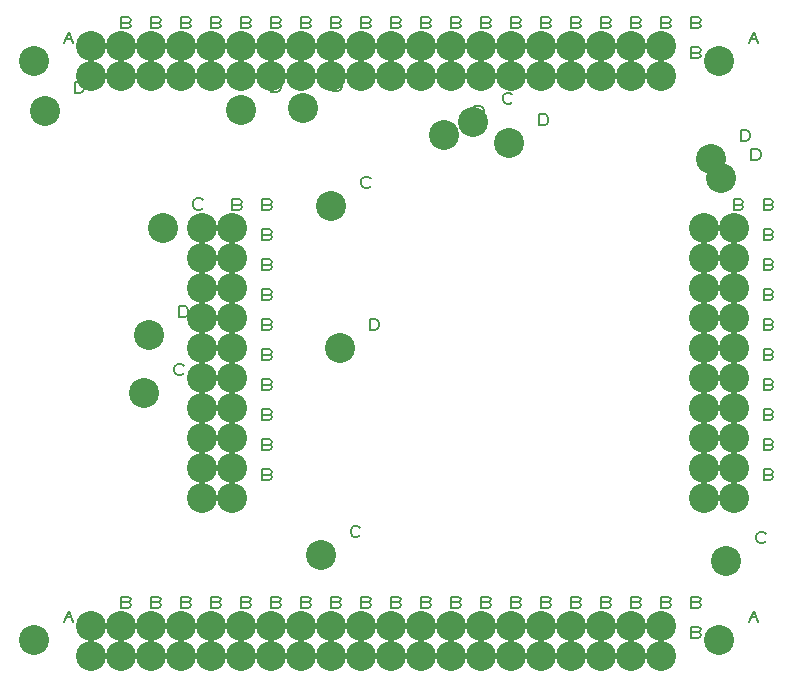
<source format=gbr>
%FSLAX25Y25*%
%MOIN*%
G04 EasyPC Gerber Version 18.0.6 Build 3620 *
%ADD70C,0.00500*%
%ADD76C,0.10000*%
X0Y0D02*
D02*
D70*
X31241Y22137D02*
X32803Y25887D01*
X34366Y22137*
X31866Y23699D02*
X33741D01*
X31241Y215050D02*
X32803Y218800D01*
X34366Y215050*
X31866Y216613D02*
X33741D01*
X34814Y198500D02*
Y202250D01*
X36689*
X37314Y201938*
X37626Y201626*
X37939Y201000*
Y199750*
X37626Y199126*
X37314Y198813*
X36689Y198500*
X34814*
X52601Y18776D02*
X53226Y18463D01*
X53539Y17838*
X53226Y17213*
X52601Y16900*
X50414*
Y20650*
X52601*
X53226Y20338*
X53539Y19713*
X53226Y19088*
X52601Y18776*
X50414*
X52601Y28776D02*
X53226Y28463D01*
X53539Y27838*
X53226Y27213*
X52601Y26900*
X50414*
Y30650*
X52601*
X53226Y30338*
X53539Y29713*
X53226Y29088*
X52601Y28776*
X50414*
X52601Y211925D02*
X53226Y211613D01*
X53539Y210988*
X53226Y210363*
X52601Y210050*
X50414*
Y213800*
X52601*
X53226Y213488*
X53539Y212863*
X53226Y212238*
X52601Y211925*
X50414*
X52601Y221925D02*
X53226Y221613D01*
X53539Y220988*
X53226Y220363*
X52601Y220050*
X50414*
Y223800*
X52601*
X53226Y223488*
X53539Y222863*
X53226Y222238*
X52601Y221925*
X50414*
X62601Y18776D02*
X63226Y18463D01*
X63539Y17838*
X63226Y17213*
X62601Y16900*
X60414*
Y20650*
X62601*
X63226Y20338*
X63539Y19713*
X63226Y19088*
X62601Y18776*
X60414*
X62601Y28776D02*
X63226Y28463D01*
X63539Y27838*
X63226Y27213*
X62601Y26900*
X60414*
Y30650*
X62601*
X63226Y30338*
X63539Y29713*
X63226Y29088*
X62601Y28776*
X60414*
X62601Y211925D02*
X63226Y211613D01*
X63539Y210988*
X63226Y210363*
X62601Y210050*
X60414*
Y213800*
X62601*
X63226Y213488*
X63539Y212863*
X63226Y212238*
X62601Y211925*
X60414*
X62601Y221925D02*
X63226Y221613D01*
X63539Y220988*
X63226Y220363*
X62601Y220050*
X60414*
Y223800*
X62601*
X63226Y223488*
X63539Y222863*
X63226Y222238*
X62601Y221925*
X60414*
X71139Y105126D02*
X70826Y104813D01*
X70201Y104500*
X69264*
X68639Y104813*
X68326Y105126*
X68014Y105750*
Y107000*
X68326Y107626*
X68639Y107938*
X69264Y108250*
X70201*
X70826Y107938*
X71139Y107626*
X69614Y123700D02*
Y127450D01*
X71489*
X72114Y127138*
X72426Y126826*
X72739Y126200*
Y124950*
X72426Y124326*
X72114Y124013*
X71489Y123700*
X69614*
X72601Y18776D02*
X73226Y18463D01*
X73539Y17838*
X73226Y17213*
X72601Y16900*
X70414*
Y20650*
X72601*
X73226Y20338*
X73539Y19713*
X73226Y19088*
X72601Y18776*
X70414*
X72601Y28776D02*
X73226Y28463D01*
X73539Y27838*
X73226Y27213*
X72601Y26900*
X70414*
Y30650*
X72601*
X73226Y30338*
X73539Y29713*
X73226Y29088*
X72601Y28776*
X70414*
X72601Y211925D02*
X73226Y211613D01*
X73539Y210988*
X73226Y210363*
X72601Y210050*
X70414*
Y213800*
X72601*
X73226Y213488*
X73539Y212863*
X73226Y212238*
X72601Y211925*
X70414*
X72601Y221925D02*
X73226Y221613D01*
X73539Y220988*
X73226Y220363*
X72601Y220050*
X70414*
Y223800*
X72601*
X73226Y223488*
X73539Y222863*
X73226Y222238*
X72601Y221925*
X70414*
X77539Y160226D02*
X77226Y159913D01*
X76601Y159600*
X75664*
X75039Y159913*
X74726Y160226*
X74414Y160850*
Y162100*
X74726Y162726*
X75039Y163038*
X75664Y163350*
X76601*
X77226Y163038*
X77539Y162726*
X82601Y18776D02*
X83226Y18463D01*
X83539Y17838*
X83226Y17213*
X82601Y16900*
X80414*
Y20650*
X82601*
X83226Y20338*
X83539Y19713*
X83226Y19088*
X82601Y18776*
X80414*
X82601Y28776D02*
X83226Y28463D01*
X83539Y27838*
X83226Y27213*
X82601Y26900*
X80414*
Y30650*
X82601*
X83226Y30338*
X83539Y29713*
X83226Y29088*
X82601Y28776*
X80414*
X82601Y211925D02*
X83226Y211613D01*
X83539Y210988*
X83226Y210363*
X82601Y210050*
X80414*
Y213800*
X82601*
X83226Y213488*
X83539Y212863*
X83226Y212238*
X82601Y211925*
X80414*
X82601Y221925D02*
X83226Y221613D01*
X83539Y220988*
X83226Y220363*
X82601Y220050*
X80414*
Y223800*
X82601*
X83226Y223488*
X83539Y222863*
X83226Y222238*
X82601Y221925*
X80414*
X89609Y71335D02*
X90234Y71022D01*
X90547Y70397*
X90234Y69772*
X89609Y69459*
X87422*
Y73209*
X89609*
X90234Y72897*
X90547Y72272*
X90234Y71647*
X89609Y71335*
X87422*
X89609Y81335D02*
X90234Y81022D01*
X90547Y80397*
X90234Y79772*
X89609Y79459*
X87422*
Y83209*
X89609*
X90234Y82897*
X90547Y82272*
X90234Y81647*
X89609Y81335*
X87422*
X89609Y91335D02*
X90234Y91022D01*
X90547Y90397*
X90234Y89772*
X89609Y89459*
X87422*
Y93209*
X89609*
X90234Y92897*
X90547Y92272*
X90234Y91647*
X89609Y91335*
X87422*
X89609Y101335D02*
X90234Y101022D01*
X90547Y100397*
X90234Y99772*
X89609Y99459*
X87422*
Y103209*
X89609*
X90234Y102897*
X90547Y102272*
X90234Y101647*
X89609Y101335*
X87422*
X89609Y111335D02*
X90234Y111022D01*
X90547Y110397*
X90234Y109772*
X89609Y109459*
X87422*
Y113209*
X89609*
X90234Y112897*
X90547Y112272*
X90234Y111647*
X89609Y111335*
X87422*
X89609Y121335D02*
X90234Y121022D01*
X90547Y120397*
X90234Y119772*
X89609Y119459*
X87422*
Y123209*
X89609*
X90234Y122897*
X90547Y122272*
X90234Y121647*
X89609Y121335*
X87422*
X89609Y131335D02*
X90234Y131022D01*
X90547Y130397*
X90234Y129772*
X89609Y129459*
X87422*
Y133209*
X89609*
X90234Y132897*
X90547Y132272*
X90234Y131647*
X89609Y131335*
X87422*
X89609Y141335D02*
X90234Y141022D01*
X90547Y140397*
X90234Y139772*
X89609Y139459*
X87422*
Y143209*
X89609*
X90234Y142897*
X90547Y142272*
X90234Y141647*
X89609Y141335*
X87422*
X89609Y151335D02*
X90234Y151022D01*
X90547Y150397*
X90234Y149772*
X89609Y149459*
X87422*
Y153209*
X89609*
X90234Y152897*
X90547Y152272*
X90234Y151647*
X89609Y151335*
X87422*
X89609Y161335D02*
X90234Y161022D01*
X90547Y160397*
X90234Y159772*
X89609Y159459*
X87422*
Y163209*
X89609*
X90234Y162897*
X90547Y162272*
X90234Y161647*
X89609Y161335*
X87422*
X92601Y18776D02*
X93226Y18463D01*
X93539Y17838*
X93226Y17213*
X92601Y16900*
X90414*
Y20650*
X92601*
X93226Y20338*
X93539Y19713*
X93226Y19088*
X92601Y18776*
X90414*
X92601Y28776D02*
X93226Y28463D01*
X93539Y27838*
X93226Y27213*
X92601Y26900*
X90414*
Y30650*
X92601*
X93226Y30338*
X93539Y29713*
X93226Y29088*
X92601Y28776*
X90414*
X92601Y211925D02*
X93226Y211613D01*
X93539Y210988*
X93226Y210363*
X92601Y210050*
X90414*
Y213800*
X92601*
X93226Y213488*
X93539Y212863*
X93226Y212238*
X92601Y211925*
X90414*
X92601Y221925D02*
X93226Y221613D01*
X93539Y220988*
X93226Y220363*
X92601Y220050*
X90414*
Y223800*
X92601*
X93226Y223488*
X93539Y222863*
X93226Y222238*
X92601Y221925*
X90414*
X99609Y71335D02*
X100234Y71022D01*
X100547Y70397*
X100234Y69772*
X99609Y69459*
X97422*
Y73209*
X99609*
X100234Y72897*
X100547Y72272*
X100234Y71647*
X99609Y71335*
X97422*
X99609Y81335D02*
X100234Y81022D01*
X100547Y80397*
X100234Y79772*
X99609Y79459*
X97422*
Y83209*
X99609*
X100234Y82897*
X100547Y82272*
X100234Y81647*
X99609Y81335*
X97422*
X99609Y91335D02*
X100234Y91022D01*
X100547Y90397*
X100234Y89772*
X99609Y89459*
X97422*
Y93209*
X99609*
X100234Y92897*
X100547Y92272*
X100234Y91647*
X99609Y91335*
X97422*
X99609Y101335D02*
X100234Y101022D01*
X100547Y100397*
X100234Y99772*
X99609Y99459*
X97422*
Y103209*
X99609*
X100234Y102897*
X100547Y102272*
X100234Y101647*
X99609Y101335*
X97422*
X99609Y111335D02*
X100234Y111022D01*
X100547Y110397*
X100234Y109772*
X99609Y109459*
X97422*
Y113209*
X99609*
X100234Y112897*
X100547Y112272*
X100234Y111647*
X99609Y111335*
X97422*
X99609Y121335D02*
X100234Y121022D01*
X100547Y120397*
X100234Y119772*
X99609Y119459*
X97422*
Y123209*
X99609*
X100234Y122897*
X100547Y122272*
X100234Y121647*
X99609Y121335*
X97422*
X99609Y131335D02*
X100234Y131022D01*
X100547Y130397*
X100234Y129772*
X99609Y129459*
X97422*
Y133209*
X99609*
X100234Y132897*
X100547Y132272*
X100234Y131647*
X99609Y131335*
X97422*
X99609Y141335D02*
X100234Y141022D01*
X100547Y140397*
X100234Y139772*
X99609Y139459*
X97422*
Y143209*
X99609*
X100234Y142897*
X100547Y142272*
X100234Y141647*
X99609Y141335*
X97422*
X99609Y151335D02*
X100234Y151022D01*
X100547Y150397*
X100234Y149772*
X99609Y149459*
X97422*
Y153209*
X99609*
X100234Y152897*
X100547Y152272*
X100234Y151647*
X99609Y151335*
X97422*
X99609Y161335D02*
X100234Y161022D01*
X100547Y160397*
X100234Y159772*
X99609Y159459*
X97422*
Y163209*
X99609*
X100234Y162897*
X100547Y162272*
X100234Y161647*
X99609Y161335*
X97422*
X102601Y18776D02*
X103226Y18463D01*
X103539Y17838*
X103226Y17213*
X102601Y16900*
X100414*
Y20650*
X102601*
X103226Y20338*
X103539Y19713*
X103226Y19088*
X102601Y18776*
X100414*
X102601Y28776D02*
X103226Y28463D01*
X103539Y27838*
X103226Y27213*
X102601Y26900*
X100414*
Y30650*
X102601*
X103226Y30338*
X103539Y29713*
X103226Y29088*
X102601Y28776*
X100414*
Y198900D02*
Y202650D01*
X102289*
X102914Y202338*
X103226Y202026*
X103539Y201400*
Y200150*
X103226Y199526*
X102914Y199213*
X102289Y198900*
X100414*
X102601Y211925D02*
X103226Y211613D01*
X103539Y210988*
X103226Y210363*
X102601Y210050*
X100414*
Y213800*
X102601*
X103226Y213488*
X103539Y212863*
X103226Y212238*
X102601Y211925*
X100414*
X102601Y221925D02*
X103226Y221613D01*
X103539Y220988*
X103226Y220363*
X102601Y220050*
X100414*
Y223800*
X102601*
X103226Y223488*
X103539Y222863*
X103226Y222238*
X102601Y221925*
X100414*
X112601Y18776D02*
X113226Y18463D01*
X113539Y17838*
X113226Y17213*
X112601Y16900*
X110414*
Y20650*
X112601*
X113226Y20338*
X113539Y19713*
X113226Y19088*
X112601Y18776*
X110414*
X112601Y28776D02*
X113226Y28463D01*
X113539Y27838*
X113226Y27213*
X112601Y26900*
X110414*
Y30650*
X112601*
X113226Y30338*
X113539Y29713*
X113226Y29088*
X112601Y28776*
X110414*
X112601Y211925D02*
X113226Y211613D01*
X113539Y210988*
X113226Y210363*
X112601Y210050*
X110414*
Y213800*
X112601*
X113226Y213488*
X113539Y212863*
X113226Y212238*
X112601Y211925*
X110414*
X112601Y221925D02*
X113226Y221613D01*
X113539Y220988*
X113226Y220363*
X112601Y220050*
X110414*
Y223800*
X112601*
X113226Y223488*
X113539Y222863*
X113226Y222238*
X112601Y221925*
X110414*
X122601Y18776D02*
X123226Y18463D01*
X123539Y17838*
X123226Y17213*
X122601Y16900*
X120414*
Y20650*
X122601*
X123226Y20338*
X123539Y19713*
X123226Y19088*
X122601Y18776*
X120414*
X122601Y28776D02*
X123226Y28463D01*
X123539Y27838*
X123226Y27213*
X122601Y26900*
X120414*
Y30650*
X122601*
X123226Y30338*
X123539Y29713*
X123226Y29088*
X122601Y28776*
X120414*
X122601Y211925D02*
X123226Y211613D01*
X123539Y210988*
X123226Y210363*
X122601Y210050*
X120414*
Y213800*
X122601*
X123226Y213488*
X123539Y212863*
X123226Y212238*
X122601Y211925*
X120414*
X122601Y221925D02*
X123226Y221613D01*
X123539Y220988*
X123226Y220363*
X122601Y220050*
X120414*
Y223800*
X122601*
X123226Y223488*
X123539Y222863*
X123226Y222238*
X122601Y221925*
X120414*
X120814Y199300D02*
Y203050D01*
X122689*
X123314Y202738*
X123626Y202426*
X123939Y201800*
Y200550*
X123626Y199926*
X123314Y199613*
X122689Y199300*
X120814*
X129939Y51126D02*
X129626Y50813D01*
X129001Y50500*
X128064*
X127439Y50813*
X127126Y51126*
X126814Y51750*
Y53000*
X127126Y53626*
X127439Y53938*
X128064Y54250*
X129001*
X129626Y53938*
X129939Y53626*
X132601Y18776D02*
X133226Y18463D01*
X133539Y17838*
X133226Y17213*
X132601Y16900*
X130414*
Y20650*
X132601*
X133226Y20338*
X133539Y19713*
X133226Y19088*
X132601Y18776*
X130414*
X132601Y28776D02*
X133226Y28463D01*
X133539Y27838*
X133226Y27213*
X132601Y26900*
X130414*
Y30650*
X132601*
X133226Y30338*
X133539Y29713*
X133226Y29088*
X132601Y28776*
X130414*
X133539Y167526D02*
X133226Y167213D01*
X132601Y166900*
X131664*
X131039Y167213*
X130726Y167526*
X130414Y168150*
Y169400*
X130726Y170026*
X131039Y170338*
X131664Y170650*
X132601*
X133226Y170338*
X133539Y170026*
X132601Y211925D02*
X133226Y211613D01*
X133539Y210988*
X133226Y210363*
X132601Y210050*
X130414*
Y213800*
X132601*
X133226Y213488*
X133539Y212863*
X133226Y212238*
X132601Y211925*
X130414*
X132601Y221925D02*
X133226Y221613D01*
X133539Y220988*
X133226Y220363*
X132601Y220050*
X130414*
Y223800*
X132601*
X133226Y223488*
X133539Y222863*
X133226Y222238*
X132601Y221925*
X130414*
X133214Y119459D02*
Y123209D01*
X135089*
X135714Y122897*
X136026Y122585*
X136339Y121959*
Y120709*
X136026Y120085*
X135714Y119772*
X135089Y119459*
X133214*
X142601Y18776D02*
X143226Y18463D01*
X143539Y17838*
X143226Y17213*
X142601Y16900*
X140414*
Y20650*
X142601*
X143226Y20338*
X143539Y19713*
X143226Y19088*
X142601Y18776*
X140414*
X142601Y28776D02*
X143226Y28463D01*
X143539Y27838*
X143226Y27213*
X142601Y26900*
X140414*
Y30650*
X142601*
X143226Y30338*
X143539Y29713*
X143226Y29088*
X142601Y28776*
X140414*
X142601Y211925D02*
X143226Y211613D01*
X143539Y210988*
X143226Y210363*
X142601Y210050*
X140414*
Y213800*
X142601*
X143226Y213488*
X143539Y212863*
X143226Y212238*
X142601Y211925*
X140414*
X142601Y221925D02*
X143226Y221613D01*
X143539Y220988*
X143226Y220363*
X142601Y220050*
X140414*
Y223800*
X142601*
X143226Y223488*
X143539Y222863*
X143226Y222238*
X142601Y221925*
X140414*
X152601Y18776D02*
X153226Y18463D01*
X153539Y17838*
X153226Y17213*
X152601Y16900*
X150414*
Y20650*
X152601*
X153226Y20338*
X153539Y19713*
X153226Y19088*
X152601Y18776*
X150414*
X152601Y28776D02*
X153226Y28463D01*
X153539Y27838*
X153226Y27213*
X152601Y26900*
X150414*
Y30650*
X152601*
X153226Y30338*
X153539Y29713*
X153226Y29088*
X152601Y28776*
X150414*
X152601Y211925D02*
X153226Y211613D01*
X153539Y210988*
X153226Y210363*
X152601Y210050*
X150414*
Y213800*
X152601*
X153226Y213488*
X153539Y212863*
X153226Y212238*
X152601Y211925*
X150414*
X152601Y221925D02*
X153226Y221613D01*
X153539Y220988*
X153226Y220363*
X152601Y220050*
X150414*
Y223800*
X152601*
X153226Y223488*
X153539Y222863*
X153226Y222238*
X152601Y221925*
X150414*
X162601Y18776D02*
X163226Y18463D01*
X163539Y17838*
X163226Y17213*
X162601Y16900*
X160414*
Y20650*
X162601*
X163226Y20338*
X163539Y19713*
X163226Y19088*
X162601Y18776*
X160414*
X162601Y28776D02*
X163226Y28463D01*
X163539Y27838*
X163226Y27213*
X162601Y26900*
X160414*
Y30650*
X162601*
X163226Y30338*
X163539Y29713*
X163226Y29088*
X162601Y28776*
X160414*
X162601Y211925D02*
X163226Y211613D01*
X163539Y210988*
X163226Y210363*
X162601Y210050*
X160414*
Y213800*
X162601*
X163226Y213488*
X163539Y212863*
X163226Y212238*
X162601Y211925*
X160414*
X162601Y221925D02*
X163226Y221613D01*
X163539Y220988*
X163226Y220363*
X162601Y220050*
X160414*
Y223800*
X162601*
X163226Y223488*
X163539Y222863*
X163226Y222238*
X162601Y221925*
X160414*
X168014Y190500D02*
Y194250D01*
X169889*
X170514Y193938*
X170826Y193626*
X171139Y193000*
Y191750*
X170826Y191126*
X170514Y190813*
X169889Y190500*
X168014*
X172601Y18776D02*
X173226Y18463D01*
X173539Y17838*
X173226Y17213*
X172601Y16900*
X170414*
Y20650*
X172601*
X173226Y20338*
X173539Y19713*
X173226Y19088*
X172601Y18776*
X170414*
X172601Y28776D02*
X173226Y28463D01*
X173539Y27838*
X173226Y27213*
X172601Y26900*
X170414*
Y30650*
X172601*
X173226Y30338*
X173539Y29713*
X173226Y29088*
X172601Y28776*
X170414*
X172601Y211925D02*
X173226Y211613D01*
X173539Y210988*
X173226Y210363*
X172601Y210050*
X170414*
Y213800*
X172601*
X173226Y213488*
X173539Y212863*
X173226Y212238*
X172601Y211925*
X170414*
X172601Y221925D02*
X173226Y221613D01*
X173539Y220988*
X173226Y220363*
X172601Y220050*
X170414*
Y223800*
X172601*
X173226Y223488*
X173539Y222863*
X173226Y222238*
X172601Y221925*
X170414*
X180739Y195526D02*
X180426Y195213D01*
X179801Y194900*
X178864*
X178239Y195213*
X177926Y195526*
X177614Y196150*
Y197400*
X177926Y198026*
X178239Y198338*
X178864Y198650*
X179801*
X180426Y198338*
X180739Y198026*
X182601Y18776D02*
X183226Y18463D01*
X183539Y17838*
X183226Y17213*
X182601Y16900*
X180414*
Y20650*
X182601*
X183226Y20338*
X183539Y19713*
X183226Y19088*
X182601Y18776*
X180414*
X182601Y28776D02*
X183226Y28463D01*
X183539Y27838*
X183226Y27213*
X182601Y26900*
X180414*
Y30650*
X182601*
X183226Y30338*
X183539Y29713*
X183226Y29088*
X182601Y28776*
X180414*
X182601Y211925D02*
X183226Y211613D01*
X183539Y210988*
X183226Y210363*
X182601Y210050*
X180414*
Y213800*
X182601*
X183226Y213488*
X183539Y212863*
X183226Y212238*
X182601Y211925*
X180414*
X182601Y221925D02*
X183226Y221613D01*
X183539Y220988*
X183226Y220363*
X182601Y220050*
X180414*
Y223800*
X182601*
X183226Y223488*
X183539Y222863*
X183226Y222238*
X182601Y221925*
X180414*
X189614Y187700D02*
Y191450D01*
X191489*
X192114Y191138*
X192426Y190826*
X192739Y190200*
Y188950*
X192426Y188326*
X192114Y188013*
X191489Y187700*
X189614*
X192601Y18776D02*
X193226Y18463D01*
X193539Y17838*
X193226Y17213*
X192601Y16900*
X190414*
Y20650*
X192601*
X193226Y20338*
X193539Y19713*
X193226Y19088*
X192601Y18776*
X190414*
X192601Y28776D02*
X193226Y28463D01*
X193539Y27838*
X193226Y27213*
X192601Y26900*
X190414*
Y30650*
X192601*
X193226Y30338*
X193539Y29713*
X193226Y29088*
X192601Y28776*
X190414*
X192601Y211925D02*
X193226Y211613D01*
X193539Y210988*
X193226Y210363*
X192601Y210050*
X190414*
Y213800*
X192601*
X193226Y213488*
X193539Y212863*
X193226Y212238*
X192601Y211925*
X190414*
X192601Y221925D02*
X193226Y221613D01*
X193539Y220988*
X193226Y220363*
X192601Y220050*
X190414*
Y223800*
X192601*
X193226Y223488*
X193539Y222863*
X193226Y222238*
X192601Y221925*
X190414*
X202601Y18776D02*
X203226Y18463D01*
X203539Y17838*
X203226Y17213*
X202601Y16900*
X200414*
Y20650*
X202601*
X203226Y20338*
X203539Y19713*
X203226Y19088*
X202601Y18776*
X200414*
X202601Y28776D02*
X203226Y28463D01*
X203539Y27838*
X203226Y27213*
X202601Y26900*
X200414*
Y30650*
X202601*
X203226Y30338*
X203539Y29713*
X203226Y29088*
X202601Y28776*
X200414*
X202601Y211925D02*
X203226Y211613D01*
X203539Y210988*
X203226Y210363*
X202601Y210050*
X200414*
Y213800*
X202601*
X203226Y213488*
X203539Y212863*
X203226Y212238*
X202601Y211925*
X200414*
X202601Y221925D02*
X203226Y221613D01*
X203539Y220988*
X203226Y220363*
X202601Y220050*
X200414*
Y223800*
X202601*
X203226Y223488*
X203539Y222863*
X203226Y222238*
X202601Y221925*
X200414*
X212601Y18776D02*
X213226Y18463D01*
X213539Y17838*
X213226Y17213*
X212601Y16900*
X210414*
Y20650*
X212601*
X213226Y20338*
X213539Y19713*
X213226Y19088*
X212601Y18776*
X210414*
X212601Y28776D02*
X213226Y28463D01*
X213539Y27838*
X213226Y27213*
X212601Y26900*
X210414*
Y30650*
X212601*
X213226Y30338*
X213539Y29713*
X213226Y29088*
X212601Y28776*
X210414*
X212601Y211925D02*
X213226Y211613D01*
X213539Y210988*
X213226Y210363*
X212601Y210050*
X210414*
Y213800*
X212601*
X213226Y213488*
X213539Y212863*
X213226Y212238*
X212601Y211925*
X210414*
X212601Y221925D02*
X213226Y221613D01*
X213539Y220988*
X213226Y220363*
X212601Y220050*
X210414*
Y223800*
X212601*
X213226Y223488*
X213539Y222863*
X213226Y222238*
X212601Y221925*
X210414*
X222601Y18776D02*
X223226Y18463D01*
X223539Y17838*
X223226Y17213*
X222601Y16900*
X220414*
Y20650*
X222601*
X223226Y20338*
X223539Y19713*
X223226Y19088*
X222601Y18776*
X220414*
X222601Y28776D02*
X223226Y28463D01*
X223539Y27838*
X223226Y27213*
X222601Y26900*
X220414*
Y30650*
X222601*
X223226Y30338*
X223539Y29713*
X223226Y29088*
X222601Y28776*
X220414*
X222601Y211925D02*
X223226Y211613D01*
X223539Y210988*
X223226Y210363*
X222601Y210050*
X220414*
Y213800*
X222601*
X223226Y213488*
X223539Y212863*
X223226Y212238*
X222601Y211925*
X220414*
X222601Y221925D02*
X223226Y221613D01*
X223539Y220988*
X223226Y220363*
X222601Y220050*
X220414*
Y223800*
X222601*
X223226Y223488*
X223539Y222863*
X223226Y222238*
X222601Y221925*
X220414*
X232601Y18776D02*
X233226Y18463D01*
X233539Y17838*
X233226Y17213*
X232601Y16900*
X230414*
Y20650*
X232601*
X233226Y20338*
X233539Y19713*
X233226Y19088*
X232601Y18776*
X230414*
X232601Y28776D02*
X233226Y28463D01*
X233539Y27838*
X233226Y27213*
X232601Y26900*
X230414*
Y30650*
X232601*
X233226Y30338*
X233539Y29713*
X233226Y29088*
X232601Y28776*
X230414*
X232601Y211925D02*
X233226Y211613D01*
X233539Y210988*
X233226Y210363*
X232601Y210050*
X230414*
Y213800*
X232601*
X233226Y213488*
X233539Y212863*
X233226Y212238*
X232601Y211925*
X230414*
X232601Y221925D02*
X233226Y221613D01*
X233539Y220988*
X233226Y220363*
X232601Y220050*
X230414*
Y223800*
X232601*
X233226Y223488*
X233539Y222863*
X233226Y222238*
X232601Y221925*
X230414*
X242601Y18776D02*
X243226Y18463D01*
X243539Y17838*
X243226Y17213*
X242601Y16900*
X240414*
Y20650*
X242601*
X243226Y20338*
X243539Y19713*
X243226Y19088*
X242601Y18776*
X240414*
X242601Y28776D02*
X243226Y28463D01*
X243539Y27838*
X243226Y27213*
X242601Y26900*
X240414*
Y30650*
X242601*
X243226Y30338*
X243539Y29713*
X243226Y29088*
X242601Y28776*
X240414*
X242601Y211925D02*
X243226Y211613D01*
X243539Y210988*
X243226Y210363*
X242601Y210050*
X240414*
Y213800*
X242601*
X243226Y213488*
X243539Y212863*
X243226Y212238*
X242601Y211925*
X240414*
X242601Y221925D02*
X243226Y221613D01*
X243539Y220988*
X243226Y220363*
X242601Y220050*
X240414*
Y223800*
X242601*
X243226Y223488*
X243539Y222863*
X243226Y222238*
X242601Y221925*
X240414*
X256774Y71335D02*
X257400Y71022D01*
X257712Y70397*
X257400Y69772*
X256774Y69459*
X254587*
Y73209*
X256774*
X257400Y72897*
X257712Y72272*
X257400Y71647*
X256774Y71335*
X254587*
X256774Y81335D02*
X257400Y81022D01*
X257712Y80397*
X257400Y79772*
X256774Y79459*
X254587*
Y83209*
X256774*
X257400Y82897*
X257712Y82272*
X257400Y81647*
X256774Y81335*
X254587*
X256774Y91335D02*
X257400Y91022D01*
X257712Y90397*
X257400Y89772*
X256774Y89459*
X254587*
Y93209*
X256774*
X257400Y92897*
X257712Y92272*
X257400Y91647*
X256774Y91335*
X254587*
X256774Y101335D02*
X257400Y101022D01*
X257712Y100397*
X257400Y99772*
X256774Y99459*
X254587*
Y103209*
X256774*
X257400Y102897*
X257712Y102272*
X257400Y101647*
X256774Y101335*
X254587*
X256774Y111335D02*
X257400Y111022D01*
X257712Y110397*
X257400Y109772*
X256774Y109459*
X254587*
Y113209*
X256774*
X257400Y112897*
X257712Y112272*
X257400Y111647*
X256774Y111335*
X254587*
X256774Y121335D02*
X257400Y121022D01*
X257712Y120397*
X257400Y119772*
X256774Y119459*
X254587*
Y123209*
X256774*
X257400Y122897*
X257712Y122272*
X257400Y121647*
X256774Y121335*
X254587*
X256774Y131335D02*
X257400Y131022D01*
X257712Y130397*
X257400Y129772*
X256774Y129459*
X254587*
Y133209*
X256774*
X257400Y132897*
X257712Y132272*
X257400Y131647*
X256774Y131335*
X254587*
X256774Y141335D02*
X257400Y141022D01*
X257712Y140397*
X257400Y139772*
X256774Y139459*
X254587*
Y143209*
X256774*
X257400Y142897*
X257712Y142272*
X257400Y141647*
X256774Y141335*
X254587*
X256774Y151335D02*
X257400Y151022D01*
X257712Y150397*
X257400Y149772*
X256774Y149459*
X254587*
Y153209*
X256774*
X257400Y152897*
X257712Y152272*
X257400Y151647*
X256774Y151335*
X254587*
X256774Y161335D02*
X257400Y161022D01*
X257712Y160397*
X257400Y159772*
X256774Y159459*
X254587*
Y163209*
X256774*
X257400Y162897*
X257712Y162272*
X257400Y161647*
X256774Y161335*
X254587*
X256814Y182500D02*
Y186250D01*
X258689*
X259314Y185938*
X259626Y185626*
X259939Y185000*
Y183750*
X259626Y183126*
X259314Y182813*
X258689Y182500*
X256814*
X259587Y22137D02*
X261150Y25887D01*
X262712Y22137*
X260212Y23699D02*
X262087D01*
X259587Y215050D02*
X261150Y218800D01*
X262712Y215050*
X260212Y216613D02*
X262087D01*
X260414Y176100D02*
Y179850D01*
X262289*
X262914Y179538*
X263226Y179226*
X263539Y178600*
Y177350*
X263226Y176726*
X262914Y176413*
X262289Y176100*
X260414*
X265139Y49126D02*
X264826Y48813D01*
X264201Y48500*
X263264*
X262639Y48813*
X262326Y49126*
X262014Y49750*
Y51000*
X262326Y51626*
X262639Y51938*
X263264Y52250*
X264201*
X264826Y51938*
X265139Y51626*
X266774Y71335D02*
X267400Y71022D01*
X267712Y70397*
X267400Y69772*
X266774Y69459*
X264587*
Y73209*
X266774*
X267400Y72897*
X267712Y72272*
X267400Y71647*
X266774Y71335*
X264587*
X266774Y81335D02*
X267400Y81022D01*
X267712Y80397*
X267400Y79772*
X266774Y79459*
X264587*
Y83209*
X266774*
X267400Y82897*
X267712Y82272*
X267400Y81647*
X266774Y81335*
X264587*
X266774Y91335D02*
X267400Y91022D01*
X267712Y90397*
X267400Y89772*
X266774Y89459*
X264587*
Y93209*
X266774*
X267400Y92897*
X267712Y92272*
X267400Y91647*
X266774Y91335*
X264587*
X266774Y101335D02*
X267400Y101022D01*
X267712Y100397*
X267400Y99772*
X266774Y99459*
X264587*
Y103209*
X266774*
X267400Y102897*
X267712Y102272*
X267400Y101647*
X266774Y101335*
X264587*
X266774Y111335D02*
X267400Y111022D01*
X267712Y110397*
X267400Y109772*
X266774Y109459*
X264587*
Y113209*
X266774*
X267400Y112897*
X267712Y112272*
X267400Y111647*
X266774Y111335*
X264587*
X266774Y121335D02*
X267400Y121022D01*
X267712Y120397*
X267400Y119772*
X266774Y119459*
X264587*
Y123209*
X266774*
X267400Y122897*
X267712Y122272*
X267400Y121647*
X266774Y121335*
X264587*
X266774Y131335D02*
X267400Y131022D01*
X267712Y130397*
X267400Y129772*
X266774Y129459*
X264587*
Y133209*
X266774*
X267400Y132897*
X267712Y132272*
X267400Y131647*
X266774Y131335*
X264587*
X266774Y141335D02*
X267400Y141022D01*
X267712Y140397*
X267400Y139772*
X266774Y139459*
X264587*
Y143209*
X266774*
X267400Y142897*
X267712Y142272*
X267400Y141647*
X266774Y141335*
X264587*
X266774Y151335D02*
X267400Y151022D01*
X267712Y150397*
X267400Y149772*
X266774Y149459*
X264587*
Y153209*
X266774*
X267400Y152897*
X267712Y152272*
X267400Y151647*
X266774Y151335*
X264587*
X266774Y161335D02*
X267400Y161022D01*
X267712Y160397*
X267400Y159772*
X266774Y159459*
X264587*
Y163209*
X266774*
X267400Y162897*
X267712Y162272*
X267400Y161647*
X266774Y161335*
X264587*
D02*
D76*
X21241Y16199D03*
Y209113D03*
X24814Y192563D03*
X40414Y10963D03*
Y20963D03*
Y204113D03*
Y214113D03*
X50414Y10963D03*
Y20963D03*
Y204113D03*
Y214113D03*
X58014Y98563D03*
X59614Y117763D03*
X60414Y10963D03*
Y20963D03*
Y204113D03*
Y214113D03*
X64414Y153663D03*
X70414Y10963D03*
Y20963D03*
Y204113D03*
Y214113D03*
X77422Y63522D03*
Y73522D03*
Y83522D03*
Y93522D03*
Y103522D03*
Y113522D03*
Y123522D03*
Y133522D03*
Y143522D03*
Y153522D03*
X80414Y10963D03*
Y20963D03*
Y204113D03*
Y214113D03*
X87422Y63522D03*
Y73522D03*
Y83522D03*
Y93522D03*
Y103522D03*
Y113522D03*
Y123522D03*
Y133522D03*
Y143522D03*
Y153522D03*
X90414Y10963D03*
Y20963D03*
Y192963D03*
Y204113D03*
Y214113D03*
X100414Y10963D03*
Y20963D03*
Y204113D03*
Y214113D03*
X110414Y10963D03*
Y20963D03*
Y204113D03*
Y214113D03*
X110814Y193363D03*
X116814Y44563D03*
X120414Y10963D03*
Y20963D03*
Y160963D03*
Y204113D03*
Y214113D03*
X123214Y113522D03*
X130414Y10963D03*
Y20963D03*
Y204113D03*
Y214113D03*
X140414Y10963D03*
Y20963D03*
Y204113D03*
Y214113D03*
X150414Y10963D03*
Y20963D03*
Y204113D03*
Y214113D03*
X158014Y184563D03*
X160414Y10963D03*
Y20963D03*
Y204113D03*
Y214113D03*
X167614Y188963D03*
X170414Y10963D03*
Y20963D03*
Y204113D03*
Y214113D03*
X179614Y181763D03*
X180414Y10963D03*
Y20963D03*
Y204113D03*
Y214113D03*
X190414Y10963D03*
Y20963D03*
Y204113D03*
Y214113D03*
X200414Y10963D03*
Y20963D03*
Y204113D03*
Y214113D03*
X210414Y10963D03*
Y20963D03*
Y204113D03*
Y214113D03*
X220414Y10963D03*
Y20963D03*
Y204113D03*
Y214113D03*
X230414Y10963D03*
Y20963D03*
Y204113D03*
Y214113D03*
X244587Y63522D03*
Y73522D03*
Y83522D03*
Y93522D03*
Y103522D03*
Y113522D03*
Y123522D03*
Y133522D03*
Y143522D03*
Y153522D03*
X246814Y176563D03*
X249587Y16199D03*
Y209113D03*
X250414Y170163D03*
X252014Y42563D03*
X254587Y63522D03*
Y73522D03*
Y83522D03*
Y93522D03*
Y103522D03*
Y113522D03*
Y123522D03*
Y133522D03*
Y143522D03*
Y153522D03*
X0Y0D02*
M02*

</source>
